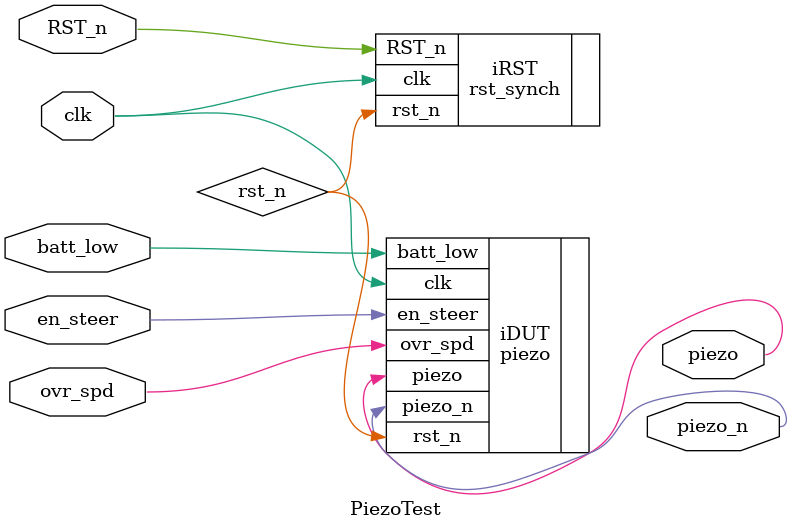
<source format=v>
module PiezoTest(clk,RST_n,en_steer,ovr_spd,batt_low,piezo,piezo_n);

input clk,RST_n;
input en_steer;		// make short periodic sound when steering enabled
input ovr_spd; 		// make longer abnoxious sound when too_fast asserted
input batt_low;		// should be able to make too_fast and batt_low sounds simultaneously if requested

output piezo;		// drives piezo
output piezo_n;		// drive is differential to increase volume

wire rst_n;

  ////// instantiate your piezo block here /////
  piezo iDUT(.clk(clk), .rst_n(rst_n), .en_steer(en_steer), .ovr_spd(ovr_spd), .batt_low(batt_low), .piezo(piezo), .piezo_n(piezo_n));

  rst_synch iRST(.clk(clk),.RST_n(RST_n),.rst_n(rst_n)); 
endmodule

</source>
